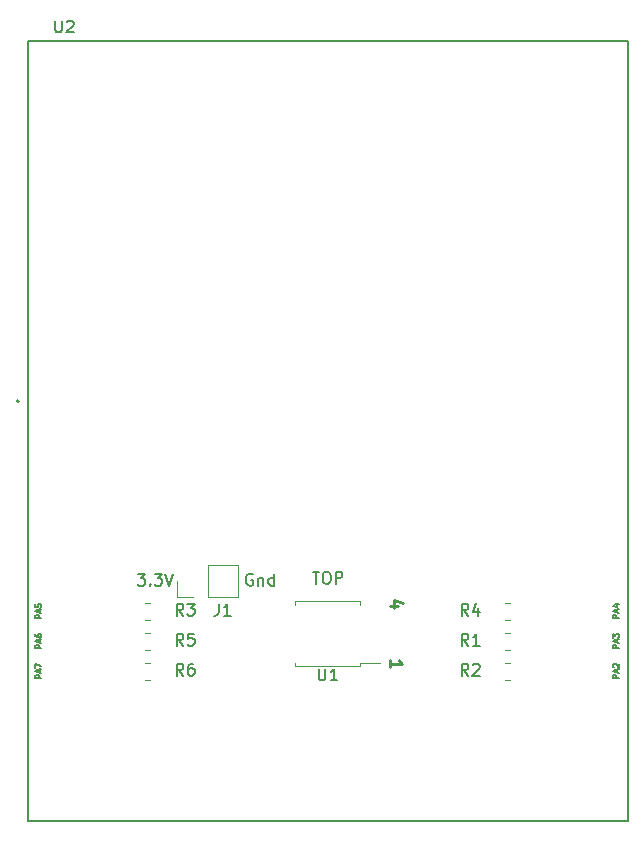
<source format=gbr>
%TF.GenerationSoftware,KiCad,Pcbnew,7.0.0*%
%TF.CreationDate,2023-03-21T20:03:06+00:00*%
%TF.ProjectId,SOIC-8_Breakout,534f4943-2d38-45f4-9272-65616b6f7574,1.0*%
%TF.SameCoordinates,Original*%
%TF.FileFunction,Legend,Top*%
%TF.FilePolarity,Positive*%
%FSLAX46Y46*%
G04 Gerber Fmt 4.6, Leading zero omitted, Abs format (unit mm)*
G04 Created by KiCad (PCBNEW 7.0.0) date 2023-03-21 20:03:06*
%MOMM*%
%LPD*%
G01*
G04 APERTURE LIST*
%ADD10C,0.150000*%
%ADD11C,0.254000*%
%ADD12C,0.127000*%
%ADD13C,0.200000*%
%ADD14C,0.120000*%
G04 APERTURE END LIST*
D10*
X79168810Y-59057380D02*
X79787857Y-59057380D01*
X79787857Y-59057380D02*
X79454524Y-59438333D01*
X79454524Y-59438333D02*
X79597381Y-59438333D01*
X79597381Y-59438333D02*
X79692619Y-59485952D01*
X79692619Y-59485952D02*
X79740238Y-59533571D01*
X79740238Y-59533571D02*
X79787857Y-59628809D01*
X79787857Y-59628809D02*
X79787857Y-59866904D01*
X79787857Y-59866904D02*
X79740238Y-59962142D01*
X79740238Y-59962142D02*
X79692619Y-60009761D01*
X79692619Y-60009761D02*
X79597381Y-60057380D01*
X79597381Y-60057380D02*
X79311667Y-60057380D01*
X79311667Y-60057380D02*
X79216429Y-60009761D01*
X79216429Y-60009761D02*
X79168810Y-59962142D01*
X80216429Y-59962142D02*
X80264048Y-60009761D01*
X80264048Y-60009761D02*
X80216429Y-60057380D01*
X80216429Y-60057380D02*
X80168810Y-60009761D01*
X80168810Y-60009761D02*
X80216429Y-59962142D01*
X80216429Y-59962142D02*
X80216429Y-60057380D01*
X80597381Y-59057380D02*
X81216428Y-59057380D01*
X81216428Y-59057380D02*
X80883095Y-59438333D01*
X80883095Y-59438333D02*
X81025952Y-59438333D01*
X81025952Y-59438333D02*
X81121190Y-59485952D01*
X81121190Y-59485952D02*
X81168809Y-59533571D01*
X81168809Y-59533571D02*
X81216428Y-59628809D01*
X81216428Y-59628809D02*
X81216428Y-59866904D01*
X81216428Y-59866904D02*
X81168809Y-59962142D01*
X81168809Y-59962142D02*
X81121190Y-60009761D01*
X81121190Y-60009761D02*
X81025952Y-60057380D01*
X81025952Y-60057380D02*
X80740238Y-60057380D01*
X80740238Y-60057380D02*
X80645000Y-60009761D01*
X80645000Y-60009761D02*
X80597381Y-59962142D01*
X81502143Y-59057380D02*
X81835476Y-60057380D01*
X81835476Y-60057380D02*
X82168809Y-59057380D01*
X88892142Y-59105000D02*
X88796904Y-59057380D01*
X88796904Y-59057380D02*
X88654047Y-59057380D01*
X88654047Y-59057380D02*
X88511190Y-59105000D01*
X88511190Y-59105000D02*
X88415952Y-59200238D01*
X88415952Y-59200238D02*
X88368333Y-59295476D01*
X88368333Y-59295476D02*
X88320714Y-59485952D01*
X88320714Y-59485952D02*
X88320714Y-59628809D01*
X88320714Y-59628809D02*
X88368333Y-59819285D01*
X88368333Y-59819285D02*
X88415952Y-59914523D01*
X88415952Y-59914523D02*
X88511190Y-60009761D01*
X88511190Y-60009761D02*
X88654047Y-60057380D01*
X88654047Y-60057380D02*
X88749285Y-60057380D01*
X88749285Y-60057380D02*
X88892142Y-60009761D01*
X88892142Y-60009761D02*
X88939761Y-59962142D01*
X88939761Y-59962142D02*
X88939761Y-59628809D01*
X88939761Y-59628809D02*
X88749285Y-59628809D01*
X89368333Y-59390714D02*
X89368333Y-60057380D01*
X89368333Y-59485952D02*
X89415952Y-59438333D01*
X89415952Y-59438333D02*
X89511190Y-59390714D01*
X89511190Y-59390714D02*
X89654047Y-59390714D01*
X89654047Y-59390714D02*
X89749285Y-59438333D01*
X89749285Y-59438333D02*
X89796904Y-59533571D01*
X89796904Y-59533571D02*
X89796904Y-60057380D01*
X90701666Y-60057380D02*
X90701666Y-59057380D01*
X90701666Y-60009761D02*
X90606428Y-60057380D01*
X90606428Y-60057380D02*
X90415952Y-60057380D01*
X90415952Y-60057380D02*
X90320714Y-60009761D01*
X90320714Y-60009761D02*
X90273095Y-59962142D01*
X90273095Y-59962142D02*
X90225476Y-59866904D01*
X90225476Y-59866904D02*
X90225476Y-59581190D01*
X90225476Y-59581190D02*
X90273095Y-59485952D01*
X90273095Y-59485952D02*
X90320714Y-59438333D01*
X90320714Y-59438333D02*
X90415952Y-59390714D01*
X90415952Y-59390714D02*
X90606428Y-59390714D01*
X90606428Y-59390714D02*
X90701666Y-59438333D01*
D11*
X100551100Y-66965286D02*
X100551100Y-66384714D01*
X100551100Y-66675000D02*
X101567100Y-66675000D01*
X101567100Y-66675000D02*
X101421958Y-66578238D01*
X101421958Y-66578238D02*
X101325196Y-66481476D01*
X101325196Y-66481476D02*
X101276815Y-66384714D01*
D12*
X71009449Y-65362666D02*
X70501449Y-65362666D01*
X70501449Y-65362666D02*
X70501449Y-65169142D01*
X70501449Y-65169142D02*
X70525640Y-65120761D01*
X70525640Y-65120761D02*
X70549830Y-65096571D01*
X70549830Y-65096571D02*
X70598211Y-65072380D01*
X70598211Y-65072380D02*
X70670782Y-65072380D01*
X70670782Y-65072380D02*
X70719163Y-65096571D01*
X70719163Y-65096571D02*
X70743354Y-65120761D01*
X70743354Y-65120761D02*
X70767544Y-65169142D01*
X70767544Y-65169142D02*
X70767544Y-65362666D01*
X70864306Y-64878857D02*
X70864306Y-64636952D01*
X71009449Y-64927238D02*
X70501449Y-64757904D01*
X70501449Y-64757904D02*
X71009449Y-64588571D01*
X70501449Y-64201523D02*
X70501449Y-64298285D01*
X70501449Y-64298285D02*
X70525640Y-64346666D01*
X70525640Y-64346666D02*
X70549830Y-64370856D01*
X70549830Y-64370856D02*
X70622401Y-64419237D01*
X70622401Y-64419237D02*
X70719163Y-64443428D01*
X70719163Y-64443428D02*
X70912687Y-64443428D01*
X70912687Y-64443428D02*
X70961068Y-64419237D01*
X70961068Y-64419237D02*
X70985259Y-64395047D01*
X70985259Y-64395047D02*
X71009449Y-64346666D01*
X71009449Y-64346666D02*
X71009449Y-64249904D01*
X71009449Y-64249904D02*
X70985259Y-64201523D01*
X70985259Y-64201523D02*
X70961068Y-64177332D01*
X70961068Y-64177332D02*
X70912687Y-64153142D01*
X70912687Y-64153142D02*
X70791735Y-64153142D01*
X70791735Y-64153142D02*
X70743354Y-64177332D01*
X70743354Y-64177332D02*
X70719163Y-64201523D01*
X70719163Y-64201523D02*
X70694973Y-64249904D01*
X70694973Y-64249904D02*
X70694973Y-64346666D01*
X70694973Y-64346666D02*
X70719163Y-64395047D01*
X70719163Y-64395047D02*
X70743354Y-64419237D01*
X70743354Y-64419237D02*
X70791735Y-64443428D01*
X119904449Y-62822666D02*
X119396449Y-62822666D01*
X119396449Y-62822666D02*
X119396449Y-62629142D01*
X119396449Y-62629142D02*
X119420640Y-62580761D01*
X119420640Y-62580761D02*
X119444830Y-62556571D01*
X119444830Y-62556571D02*
X119493211Y-62532380D01*
X119493211Y-62532380D02*
X119565782Y-62532380D01*
X119565782Y-62532380D02*
X119614163Y-62556571D01*
X119614163Y-62556571D02*
X119638354Y-62580761D01*
X119638354Y-62580761D02*
X119662544Y-62629142D01*
X119662544Y-62629142D02*
X119662544Y-62822666D01*
X119759306Y-62338857D02*
X119759306Y-62096952D01*
X119904449Y-62387238D02*
X119396449Y-62217904D01*
X119396449Y-62217904D02*
X119904449Y-62048571D01*
X119565782Y-61661523D02*
X119904449Y-61661523D01*
X119372259Y-61782475D02*
X119735116Y-61903428D01*
X119735116Y-61903428D02*
X119735116Y-61588951D01*
D10*
X93971488Y-58899880D02*
X94542916Y-58899880D01*
X94257202Y-59899880D02*
X94257202Y-58899880D01*
X95066726Y-58899880D02*
X95257202Y-58899880D01*
X95257202Y-58899880D02*
X95352440Y-58947500D01*
X95352440Y-58947500D02*
X95447678Y-59042738D01*
X95447678Y-59042738D02*
X95495297Y-59233214D01*
X95495297Y-59233214D02*
X95495297Y-59566547D01*
X95495297Y-59566547D02*
X95447678Y-59757023D01*
X95447678Y-59757023D02*
X95352440Y-59852261D01*
X95352440Y-59852261D02*
X95257202Y-59899880D01*
X95257202Y-59899880D02*
X95066726Y-59899880D01*
X95066726Y-59899880D02*
X94971488Y-59852261D01*
X94971488Y-59852261D02*
X94876250Y-59757023D01*
X94876250Y-59757023D02*
X94828631Y-59566547D01*
X94828631Y-59566547D02*
X94828631Y-59233214D01*
X94828631Y-59233214D02*
X94876250Y-59042738D01*
X94876250Y-59042738D02*
X94971488Y-58947500D01*
X94971488Y-58947500D02*
X95066726Y-58899880D01*
X95923869Y-59899880D02*
X95923869Y-58899880D01*
X95923869Y-58899880D02*
X96304821Y-58899880D01*
X96304821Y-58899880D02*
X96400059Y-58947500D01*
X96400059Y-58947500D02*
X96447678Y-58995119D01*
X96447678Y-58995119D02*
X96495297Y-59090357D01*
X96495297Y-59090357D02*
X96495297Y-59233214D01*
X96495297Y-59233214D02*
X96447678Y-59328452D01*
X96447678Y-59328452D02*
X96400059Y-59376071D01*
X96400059Y-59376071D02*
X96304821Y-59423690D01*
X96304821Y-59423690D02*
X95923869Y-59423690D01*
D12*
X71009449Y-62822666D02*
X70501449Y-62822666D01*
X70501449Y-62822666D02*
X70501449Y-62629142D01*
X70501449Y-62629142D02*
X70525640Y-62580761D01*
X70525640Y-62580761D02*
X70549830Y-62556571D01*
X70549830Y-62556571D02*
X70598211Y-62532380D01*
X70598211Y-62532380D02*
X70670782Y-62532380D01*
X70670782Y-62532380D02*
X70719163Y-62556571D01*
X70719163Y-62556571D02*
X70743354Y-62580761D01*
X70743354Y-62580761D02*
X70767544Y-62629142D01*
X70767544Y-62629142D02*
X70767544Y-62822666D01*
X70864306Y-62338857D02*
X70864306Y-62096952D01*
X71009449Y-62387238D02*
X70501449Y-62217904D01*
X70501449Y-62217904D02*
X71009449Y-62048571D01*
X70501449Y-61637332D02*
X70501449Y-61879237D01*
X70501449Y-61879237D02*
X70743354Y-61903428D01*
X70743354Y-61903428D02*
X70719163Y-61879237D01*
X70719163Y-61879237D02*
X70694973Y-61830856D01*
X70694973Y-61830856D02*
X70694973Y-61709904D01*
X70694973Y-61709904D02*
X70719163Y-61661523D01*
X70719163Y-61661523D02*
X70743354Y-61637332D01*
X70743354Y-61637332D02*
X70791735Y-61613142D01*
X70791735Y-61613142D02*
X70912687Y-61613142D01*
X70912687Y-61613142D02*
X70961068Y-61637332D01*
X70961068Y-61637332D02*
X70985259Y-61661523D01*
X70985259Y-61661523D02*
X71009449Y-61709904D01*
X71009449Y-61709904D02*
X71009449Y-61830856D01*
X71009449Y-61830856D02*
X70985259Y-61879237D01*
X70985259Y-61879237D02*
X70961068Y-61903428D01*
X119904449Y-65362666D02*
X119396449Y-65362666D01*
X119396449Y-65362666D02*
X119396449Y-65169142D01*
X119396449Y-65169142D02*
X119420640Y-65120761D01*
X119420640Y-65120761D02*
X119444830Y-65096571D01*
X119444830Y-65096571D02*
X119493211Y-65072380D01*
X119493211Y-65072380D02*
X119565782Y-65072380D01*
X119565782Y-65072380D02*
X119614163Y-65096571D01*
X119614163Y-65096571D02*
X119638354Y-65120761D01*
X119638354Y-65120761D02*
X119662544Y-65169142D01*
X119662544Y-65169142D02*
X119662544Y-65362666D01*
X119759306Y-64878857D02*
X119759306Y-64636952D01*
X119904449Y-64927238D02*
X119396449Y-64757904D01*
X119396449Y-64757904D02*
X119904449Y-64588571D01*
X119396449Y-64467618D02*
X119396449Y-64153142D01*
X119396449Y-64153142D02*
X119589973Y-64322475D01*
X119589973Y-64322475D02*
X119589973Y-64249904D01*
X119589973Y-64249904D02*
X119614163Y-64201523D01*
X119614163Y-64201523D02*
X119638354Y-64177332D01*
X119638354Y-64177332D02*
X119686735Y-64153142D01*
X119686735Y-64153142D02*
X119807687Y-64153142D01*
X119807687Y-64153142D02*
X119856068Y-64177332D01*
X119856068Y-64177332D02*
X119880259Y-64201523D01*
X119880259Y-64201523D02*
X119904449Y-64249904D01*
X119904449Y-64249904D02*
X119904449Y-64395047D01*
X119904449Y-64395047D02*
X119880259Y-64443428D01*
X119880259Y-64443428D02*
X119856068Y-64467618D01*
D11*
X101228434Y-61788524D02*
X100551100Y-61788524D01*
X101615481Y-61546619D02*
X100889767Y-61304714D01*
X100889767Y-61304714D02*
X100889767Y-61933667D01*
D12*
X71009449Y-67902666D02*
X70501449Y-67902666D01*
X70501449Y-67902666D02*
X70501449Y-67709142D01*
X70501449Y-67709142D02*
X70525640Y-67660761D01*
X70525640Y-67660761D02*
X70549830Y-67636571D01*
X70549830Y-67636571D02*
X70598211Y-67612380D01*
X70598211Y-67612380D02*
X70670782Y-67612380D01*
X70670782Y-67612380D02*
X70719163Y-67636571D01*
X70719163Y-67636571D02*
X70743354Y-67660761D01*
X70743354Y-67660761D02*
X70767544Y-67709142D01*
X70767544Y-67709142D02*
X70767544Y-67902666D01*
X70864306Y-67418857D02*
X70864306Y-67176952D01*
X71009449Y-67467238D02*
X70501449Y-67297904D01*
X70501449Y-67297904D02*
X71009449Y-67128571D01*
X70501449Y-67007618D02*
X70501449Y-66668951D01*
X70501449Y-66668951D02*
X71009449Y-66886666D01*
X119904449Y-67902666D02*
X119396449Y-67902666D01*
X119396449Y-67902666D02*
X119396449Y-67709142D01*
X119396449Y-67709142D02*
X119420640Y-67660761D01*
X119420640Y-67660761D02*
X119444830Y-67636571D01*
X119444830Y-67636571D02*
X119493211Y-67612380D01*
X119493211Y-67612380D02*
X119565782Y-67612380D01*
X119565782Y-67612380D02*
X119614163Y-67636571D01*
X119614163Y-67636571D02*
X119638354Y-67660761D01*
X119638354Y-67660761D02*
X119662544Y-67709142D01*
X119662544Y-67709142D02*
X119662544Y-67902666D01*
X119759306Y-67418857D02*
X119759306Y-67176952D01*
X119904449Y-67467238D02*
X119396449Y-67297904D01*
X119396449Y-67297904D02*
X119904449Y-67128571D01*
X119444830Y-66983428D02*
X119420640Y-66959237D01*
X119420640Y-66959237D02*
X119396449Y-66910856D01*
X119396449Y-66910856D02*
X119396449Y-66789904D01*
X119396449Y-66789904D02*
X119420640Y-66741523D01*
X119420640Y-66741523D02*
X119444830Y-66717332D01*
X119444830Y-66717332D02*
X119493211Y-66693142D01*
X119493211Y-66693142D02*
X119541592Y-66693142D01*
X119541592Y-66693142D02*
X119614163Y-66717332D01*
X119614163Y-66717332D02*
X119904449Y-67007618D01*
X119904449Y-67007618D02*
X119904449Y-66693142D01*
D10*
%TO.C,U2*%
X72163095Y-12222380D02*
X72163095Y-13031904D01*
X72163095Y-13031904D02*
X72210714Y-13127142D01*
X72210714Y-13127142D02*
X72258333Y-13174761D01*
X72258333Y-13174761D02*
X72353571Y-13222380D01*
X72353571Y-13222380D02*
X72544047Y-13222380D01*
X72544047Y-13222380D02*
X72639285Y-13174761D01*
X72639285Y-13174761D02*
X72686904Y-13127142D01*
X72686904Y-13127142D02*
X72734523Y-13031904D01*
X72734523Y-13031904D02*
X72734523Y-12222380D01*
X73163095Y-12317619D02*
X73210714Y-12270000D01*
X73210714Y-12270000D02*
X73305952Y-12222380D01*
X73305952Y-12222380D02*
X73544047Y-12222380D01*
X73544047Y-12222380D02*
X73639285Y-12270000D01*
X73639285Y-12270000D02*
X73686904Y-12317619D01*
X73686904Y-12317619D02*
X73734523Y-12412857D01*
X73734523Y-12412857D02*
X73734523Y-12508095D01*
X73734523Y-12508095D02*
X73686904Y-12650952D01*
X73686904Y-12650952D02*
X73115476Y-13222380D01*
X73115476Y-13222380D02*
X73734523Y-13222380D01*
%TO.C,R6*%
X83018333Y-67677380D02*
X82685000Y-67201190D01*
X82446905Y-67677380D02*
X82446905Y-66677380D01*
X82446905Y-66677380D02*
X82827857Y-66677380D01*
X82827857Y-66677380D02*
X82923095Y-66725000D01*
X82923095Y-66725000D02*
X82970714Y-66772619D01*
X82970714Y-66772619D02*
X83018333Y-66867857D01*
X83018333Y-66867857D02*
X83018333Y-67010714D01*
X83018333Y-67010714D02*
X82970714Y-67105952D01*
X82970714Y-67105952D02*
X82923095Y-67153571D01*
X82923095Y-67153571D02*
X82827857Y-67201190D01*
X82827857Y-67201190D02*
X82446905Y-67201190D01*
X83875476Y-66677380D02*
X83685000Y-66677380D01*
X83685000Y-66677380D02*
X83589762Y-66725000D01*
X83589762Y-66725000D02*
X83542143Y-66772619D01*
X83542143Y-66772619D02*
X83446905Y-66915476D01*
X83446905Y-66915476D02*
X83399286Y-67105952D01*
X83399286Y-67105952D02*
X83399286Y-67486904D01*
X83399286Y-67486904D02*
X83446905Y-67582142D01*
X83446905Y-67582142D02*
X83494524Y-67629761D01*
X83494524Y-67629761D02*
X83589762Y-67677380D01*
X83589762Y-67677380D02*
X83780238Y-67677380D01*
X83780238Y-67677380D02*
X83875476Y-67629761D01*
X83875476Y-67629761D02*
X83923095Y-67582142D01*
X83923095Y-67582142D02*
X83970714Y-67486904D01*
X83970714Y-67486904D02*
X83970714Y-67248809D01*
X83970714Y-67248809D02*
X83923095Y-67153571D01*
X83923095Y-67153571D02*
X83875476Y-67105952D01*
X83875476Y-67105952D02*
X83780238Y-67058333D01*
X83780238Y-67058333D02*
X83589762Y-67058333D01*
X83589762Y-67058333D02*
X83494524Y-67105952D01*
X83494524Y-67105952D02*
X83446905Y-67153571D01*
X83446905Y-67153571D02*
X83399286Y-67248809D01*
%TO.C,R5*%
X83018333Y-65137380D02*
X82685000Y-64661190D01*
X82446905Y-65137380D02*
X82446905Y-64137380D01*
X82446905Y-64137380D02*
X82827857Y-64137380D01*
X82827857Y-64137380D02*
X82923095Y-64185000D01*
X82923095Y-64185000D02*
X82970714Y-64232619D01*
X82970714Y-64232619D02*
X83018333Y-64327857D01*
X83018333Y-64327857D02*
X83018333Y-64470714D01*
X83018333Y-64470714D02*
X82970714Y-64565952D01*
X82970714Y-64565952D02*
X82923095Y-64613571D01*
X82923095Y-64613571D02*
X82827857Y-64661190D01*
X82827857Y-64661190D02*
X82446905Y-64661190D01*
X83923095Y-64137380D02*
X83446905Y-64137380D01*
X83446905Y-64137380D02*
X83399286Y-64613571D01*
X83399286Y-64613571D02*
X83446905Y-64565952D01*
X83446905Y-64565952D02*
X83542143Y-64518333D01*
X83542143Y-64518333D02*
X83780238Y-64518333D01*
X83780238Y-64518333D02*
X83875476Y-64565952D01*
X83875476Y-64565952D02*
X83923095Y-64613571D01*
X83923095Y-64613571D02*
X83970714Y-64708809D01*
X83970714Y-64708809D02*
X83970714Y-64946904D01*
X83970714Y-64946904D02*
X83923095Y-65042142D01*
X83923095Y-65042142D02*
X83875476Y-65089761D01*
X83875476Y-65089761D02*
X83780238Y-65137380D01*
X83780238Y-65137380D02*
X83542143Y-65137380D01*
X83542143Y-65137380D02*
X83446905Y-65089761D01*
X83446905Y-65089761D02*
X83399286Y-65042142D01*
%TO.C,R4*%
X107148333Y-62597380D02*
X106815000Y-62121190D01*
X106576905Y-62597380D02*
X106576905Y-61597380D01*
X106576905Y-61597380D02*
X106957857Y-61597380D01*
X106957857Y-61597380D02*
X107053095Y-61645000D01*
X107053095Y-61645000D02*
X107100714Y-61692619D01*
X107100714Y-61692619D02*
X107148333Y-61787857D01*
X107148333Y-61787857D02*
X107148333Y-61930714D01*
X107148333Y-61930714D02*
X107100714Y-62025952D01*
X107100714Y-62025952D02*
X107053095Y-62073571D01*
X107053095Y-62073571D02*
X106957857Y-62121190D01*
X106957857Y-62121190D02*
X106576905Y-62121190D01*
X108005476Y-61930714D02*
X108005476Y-62597380D01*
X107767381Y-61549761D02*
X107529286Y-62264047D01*
X107529286Y-62264047D02*
X108148333Y-62264047D01*
%TO.C,R3*%
X83018333Y-62597380D02*
X82685000Y-62121190D01*
X82446905Y-62597380D02*
X82446905Y-61597380D01*
X82446905Y-61597380D02*
X82827857Y-61597380D01*
X82827857Y-61597380D02*
X82923095Y-61645000D01*
X82923095Y-61645000D02*
X82970714Y-61692619D01*
X82970714Y-61692619D02*
X83018333Y-61787857D01*
X83018333Y-61787857D02*
X83018333Y-61930714D01*
X83018333Y-61930714D02*
X82970714Y-62025952D01*
X82970714Y-62025952D02*
X82923095Y-62073571D01*
X82923095Y-62073571D02*
X82827857Y-62121190D01*
X82827857Y-62121190D02*
X82446905Y-62121190D01*
X83351667Y-61597380D02*
X83970714Y-61597380D01*
X83970714Y-61597380D02*
X83637381Y-61978333D01*
X83637381Y-61978333D02*
X83780238Y-61978333D01*
X83780238Y-61978333D02*
X83875476Y-62025952D01*
X83875476Y-62025952D02*
X83923095Y-62073571D01*
X83923095Y-62073571D02*
X83970714Y-62168809D01*
X83970714Y-62168809D02*
X83970714Y-62406904D01*
X83970714Y-62406904D02*
X83923095Y-62502142D01*
X83923095Y-62502142D02*
X83875476Y-62549761D01*
X83875476Y-62549761D02*
X83780238Y-62597380D01*
X83780238Y-62597380D02*
X83494524Y-62597380D01*
X83494524Y-62597380D02*
X83399286Y-62549761D01*
X83399286Y-62549761D02*
X83351667Y-62502142D01*
%TO.C,R2*%
X107148333Y-67677380D02*
X106815000Y-67201190D01*
X106576905Y-67677380D02*
X106576905Y-66677380D01*
X106576905Y-66677380D02*
X106957857Y-66677380D01*
X106957857Y-66677380D02*
X107053095Y-66725000D01*
X107053095Y-66725000D02*
X107100714Y-66772619D01*
X107100714Y-66772619D02*
X107148333Y-66867857D01*
X107148333Y-66867857D02*
X107148333Y-67010714D01*
X107148333Y-67010714D02*
X107100714Y-67105952D01*
X107100714Y-67105952D02*
X107053095Y-67153571D01*
X107053095Y-67153571D02*
X106957857Y-67201190D01*
X106957857Y-67201190D02*
X106576905Y-67201190D01*
X107529286Y-66772619D02*
X107576905Y-66725000D01*
X107576905Y-66725000D02*
X107672143Y-66677380D01*
X107672143Y-66677380D02*
X107910238Y-66677380D01*
X107910238Y-66677380D02*
X108005476Y-66725000D01*
X108005476Y-66725000D02*
X108053095Y-66772619D01*
X108053095Y-66772619D02*
X108100714Y-66867857D01*
X108100714Y-66867857D02*
X108100714Y-66963095D01*
X108100714Y-66963095D02*
X108053095Y-67105952D01*
X108053095Y-67105952D02*
X107481667Y-67677380D01*
X107481667Y-67677380D02*
X108100714Y-67677380D01*
%TO.C,R1*%
X107148333Y-65137380D02*
X106815000Y-64661190D01*
X106576905Y-65137380D02*
X106576905Y-64137380D01*
X106576905Y-64137380D02*
X106957857Y-64137380D01*
X106957857Y-64137380D02*
X107053095Y-64185000D01*
X107053095Y-64185000D02*
X107100714Y-64232619D01*
X107100714Y-64232619D02*
X107148333Y-64327857D01*
X107148333Y-64327857D02*
X107148333Y-64470714D01*
X107148333Y-64470714D02*
X107100714Y-64565952D01*
X107100714Y-64565952D02*
X107053095Y-64613571D01*
X107053095Y-64613571D02*
X106957857Y-64661190D01*
X106957857Y-64661190D02*
X106576905Y-64661190D01*
X108100714Y-65137380D02*
X107529286Y-65137380D01*
X107815000Y-65137380D02*
X107815000Y-64137380D01*
X107815000Y-64137380D02*
X107719762Y-64280238D01*
X107719762Y-64280238D02*
X107624524Y-64375476D01*
X107624524Y-64375476D02*
X107529286Y-64423095D01*
%TO.C,U1*%
X94488095Y-67092380D02*
X94488095Y-67901904D01*
X94488095Y-67901904D02*
X94535714Y-67997142D01*
X94535714Y-67997142D02*
X94583333Y-68044761D01*
X94583333Y-68044761D02*
X94678571Y-68092380D01*
X94678571Y-68092380D02*
X94869047Y-68092380D01*
X94869047Y-68092380D02*
X94964285Y-68044761D01*
X94964285Y-68044761D02*
X95011904Y-67997142D01*
X95011904Y-67997142D02*
X95059523Y-67901904D01*
X95059523Y-67901904D02*
X95059523Y-67092380D01*
X96059523Y-68092380D02*
X95488095Y-68092380D01*
X95773809Y-68092380D02*
X95773809Y-67092380D01*
X95773809Y-67092380D02*
X95678571Y-67235238D01*
X95678571Y-67235238D02*
X95583333Y-67330476D01*
X95583333Y-67330476D02*
X95488095Y-67378095D01*
%TO.C,J1*%
X86026666Y-61597380D02*
X86026666Y-62311666D01*
X86026666Y-62311666D02*
X85979047Y-62454523D01*
X85979047Y-62454523D02*
X85883809Y-62549761D01*
X85883809Y-62549761D02*
X85740952Y-62597380D01*
X85740952Y-62597380D02*
X85645714Y-62597380D01*
X87026666Y-62597380D02*
X86455238Y-62597380D01*
X86740952Y-62597380D02*
X86740952Y-61597380D01*
X86740952Y-61597380D02*
X86645714Y-61740238D01*
X86645714Y-61740238D02*
X86550476Y-61835476D01*
X86550476Y-61835476D02*
X86455238Y-61883095D01*
D12*
%TO.C,U2*%
X69850000Y-13970000D02*
X69850000Y-80010000D01*
X69850000Y-80010000D02*
X120650000Y-80010000D01*
X120650000Y-80010000D02*
X120650000Y-13970000D01*
X120650000Y-13970000D02*
X69850000Y-13970000D01*
D13*
X69100000Y-44450000D02*
G75*
G03*
X69100000Y-44450000I-100000J0D01*
G01*
D14*
%TO.C,R6*%
X80237064Y-68045000D02*
X79782936Y-68045000D01*
X80237064Y-66575000D02*
X79782936Y-66575000D01*
%TO.C,R5*%
X80237064Y-64035000D02*
X79782936Y-64035000D01*
X80237064Y-65505000D02*
X79782936Y-65505000D01*
%TO.C,R4*%
X110262936Y-61495000D02*
X110717064Y-61495000D01*
X110262936Y-62965000D02*
X110717064Y-62965000D01*
%TO.C,R3*%
X80237064Y-62965000D02*
X79782936Y-62965000D01*
X80237064Y-61495000D02*
X79782936Y-61495000D01*
%TO.C,R2*%
X110262936Y-66575000D02*
X110717064Y-66575000D01*
X110262936Y-68045000D02*
X110717064Y-68045000D01*
%TO.C,R1*%
X110717064Y-65505000D02*
X110262936Y-65505000D01*
X110717064Y-64035000D02*
X110262936Y-64035000D01*
%TO.C,U1*%
X97997500Y-66882500D02*
X97997500Y-66600000D01*
X97997500Y-66600000D02*
X99650000Y-66600000D01*
X97997500Y-61387500D02*
X97997500Y-61670000D01*
X95250000Y-66882500D02*
X97997500Y-66882500D01*
X95250000Y-66882500D02*
X92502500Y-66882500D01*
X95250000Y-61387500D02*
X97997500Y-61387500D01*
X95250000Y-61387500D02*
X92502500Y-61387500D01*
X92502500Y-66882500D02*
X92502500Y-66600000D01*
X92502500Y-61387500D02*
X92502500Y-61670000D01*
%TO.C,J1*%
X82490000Y-61020000D02*
X82490000Y-59690000D01*
X83820000Y-61020000D02*
X82490000Y-61020000D01*
X85090000Y-61020000D02*
X87690000Y-61020000D01*
X85090000Y-61020000D02*
X85090000Y-58360000D01*
X87690000Y-61020000D02*
X87690000Y-58360000D01*
X85090000Y-58360000D02*
X87690000Y-58360000D01*
%TD*%
M02*

</source>
